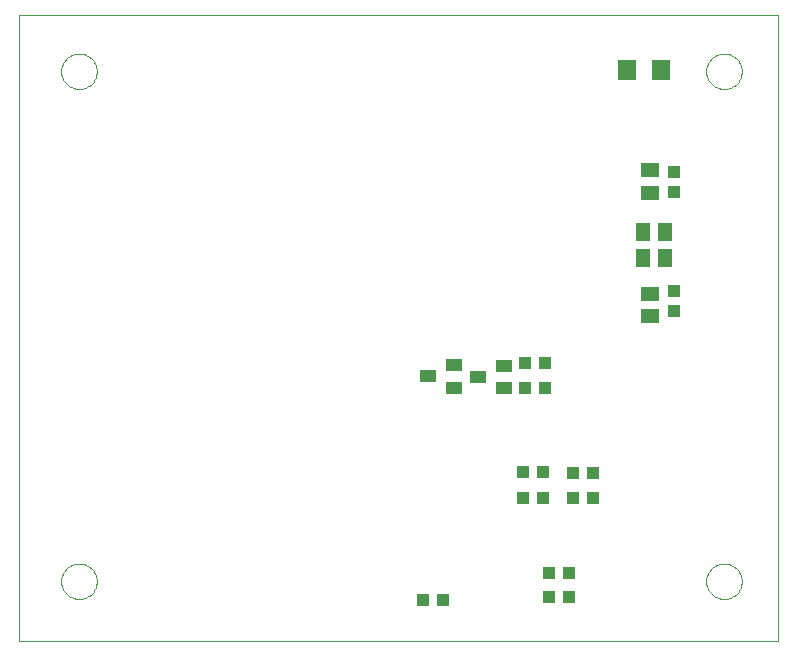
<source format=gbp>
G75*
G70*
%OFA0B0*%
%FSLAX24Y24*%
%IPPOS*%
%LPD*%
%AMOC8*
5,1,8,0,0,1.08239X$1,22.5*
%
%ADD10C,0.0000*%
%ADD11R,0.0433X0.0394*%
%ADD12R,0.0394X0.0433*%
%ADD13R,0.0551X0.0394*%
%ADD14R,0.0591X0.0512*%
%ADD15R,0.0512X0.0591*%
%ADD16R,0.0630X0.0710*%
D10*
X000140Y000290D02*
X000140Y021156D01*
X000140Y021165D02*
X025443Y021165D01*
X025443Y021156D02*
X025443Y000290D01*
X000140Y000290D01*
X001549Y002290D02*
X001551Y002338D01*
X001557Y002386D01*
X001567Y002433D01*
X001580Y002479D01*
X001598Y002524D01*
X001618Y002568D01*
X001643Y002610D01*
X001671Y002649D01*
X001701Y002686D01*
X001735Y002720D01*
X001772Y002752D01*
X001810Y002781D01*
X001851Y002806D01*
X001894Y002828D01*
X001939Y002846D01*
X001985Y002860D01*
X002032Y002871D01*
X002080Y002878D01*
X002128Y002881D01*
X002176Y002880D01*
X002224Y002875D01*
X002272Y002866D01*
X002318Y002854D01*
X002363Y002837D01*
X002407Y002817D01*
X002449Y002794D01*
X002489Y002767D01*
X002527Y002737D01*
X002562Y002704D01*
X002594Y002668D01*
X002624Y002630D01*
X002650Y002589D01*
X002672Y002546D01*
X002692Y002502D01*
X002707Y002457D01*
X002719Y002410D01*
X002727Y002362D01*
X002731Y002314D01*
X002731Y002266D01*
X002727Y002218D01*
X002719Y002170D01*
X002707Y002123D01*
X002692Y002078D01*
X002672Y002034D01*
X002650Y001991D01*
X002624Y001950D01*
X002594Y001912D01*
X002562Y001876D01*
X002527Y001843D01*
X002489Y001813D01*
X002449Y001786D01*
X002407Y001763D01*
X002363Y001743D01*
X002318Y001726D01*
X002272Y001714D01*
X002224Y001705D01*
X002176Y001700D01*
X002128Y001699D01*
X002080Y001702D01*
X002032Y001709D01*
X001985Y001720D01*
X001939Y001734D01*
X001894Y001752D01*
X001851Y001774D01*
X001810Y001799D01*
X001772Y001828D01*
X001735Y001860D01*
X001701Y001894D01*
X001671Y001931D01*
X001643Y001970D01*
X001618Y002012D01*
X001598Y002056D01*
X001580Y002101D01*
X001567Y002147D01*
X001557Y002194D01*
X001551Y002242D01*
X001549Y002290D01*
X001549Y019290D02*
X001551Y019338D01*
X001557Y019386D01*
X001567Y019433D01*
X001580Y019479D01*
X001598Y019524D01*
X001618Y019568D01*
X001643Y019610D01*
X001671Y019649D01*
X001701Y019686D01*
X001735Y019720D01*
X001772Y019752D01*
X001810Y019781D01*
X001851Y019806D01*
X001894Y019828D01*
X001939Y019846D01*
X001985Y019860D01*
X002032Y019871D01*
X002080Y019878D01*
X002128Y019881D01*
X002176Y019880D01*
X002224Y019875D01*
X002272Y019866D01*
X002318Y019854D01*
X002363Y019837D01*
X002407Y019817D01*
X002449Y019794D01*
X002489Y019767D01*
X002527Y019737D01*
X002562Y019704D01*
X002594Y019668D01*
X002624Y019630D01*
X002650Y019589D01*
X002672Y019546D01*
X002692Y019502D01*
X002707Y019457D01*
X002719Y019410D01*
X002727Y019362D01*
X002731Y019314D01*
X002731Y019266D01*
X002727Y019218D01*
X002719Y019170D01*
X002707Y019123D01*
X002692Y019078D01*
X002672Y019034D01*
X002650Y018991D01*
X002624Y018950D01*
X002594Y018912D01*
X002562Y018876D01*
X002527Y018843D01*
X002489Y018813D01*
X002449Y018786D01*
X002407Y018763D01*
X002363Y018743D01*
X002318Y018726D01*
X002272Y018714D01*
X002224Y018705D01*
X002176Y018700D01*
X002128Y018699D01*
X002080Y018702D01*
X002032Y018709D01*
X001985Y018720D01*
X001939Y018734D01*
X001894Y018752D01*
X001851Y018774D01*
X001810Y018799D01*
X001772Y018828D01*
X001735Y018860D01*
X001701Y018894D01*
X001671Y018931D01*
X001643Y018970D01*
X001618Y019012D01*
X001598Y019056D01*
X001580Y019101D01*
X001567Y019147D01*
X001557Y019194D01*
X001551Y019242D01*
X001549Y019290D01*
X023049Y019290D02*
X023051Y019338D01*
X023057Y019386D01*
X023067Y019433D01*
X023080Y019479D01*
X023098Y019524D01*
X023118Y019568D01*
X023143Y019610D01*
X023171Y019649D01*
X023201Y019686D01*
X023235Y019720D01*
X023272Y019752D01*
X023310Y019781D01*
X023351Y019806D01*
X023394Y019828D01*
X023439Y019846D01*
X023485Y019860D01*
X023532Y019871D01*
X023580Y019878D01*
X023628Y019881D01*
X023676Y019880D01*
X023724Y019875D01*
X023772Y019866D01*
X023818Y019854D01*
X023863Y019837D01*
X023907Y019817D01*
X023949Y019794D01*
X023989Y019767D01*
X024027Y019737D01*
X024062Y019704D01*
X024094Y019668D01*
X024124Y019630D01*
X024150Y019589D01*
X024172Y019546D01*
X024192Y019502D01*
X024207Y019457D01*
X024219Y019410D01*
X024227Y019362D01*
X024231Y019314D01*
X024231Y019266D01*
X024227Y019218D01*
X024219Y019170D01*
X024207Y019123D01*
X024192Y019078D01*
X024172Y019034D01*
X024150Y018991D01*
X024124Y018950D01*
X024094Y018912D01*
X024062Y018876D01*
X024027Y018843D01*
X023989Y018813D01*
X023949Y018786D01*
X023907Y018763D01*
X023863Y018743D01*
X023818Y018726D01*
X023772Y018714D01*
X023724Y018705D01*
X023676Y018700D01*
X023628Y018699D01*
X023580Y018702D01*
X023532Y018709D01*
X023485Y018720D01*
X023439Y018734D01*
X023394Y018752D01*
X023351Y018774D01*
X023310Y018799D01*
X023272Y018828D01*
X023235Y018860D01*
X023201Y018894D01*
X023171Y018931D01*
X023143Y018970D01*
X023118Y019012D01*
X023098Y019056D01*
X023080Y019101D01*
X023067Y019147D01*
X023057Y019194D01*
X023051Y019242D01*
X023049Y019290D01*
X023049Y002290D02*
X023051Y002338D01*
X023057Y002386D01*
X023067Y002433D01*
X023080Y002479D01*
X023098Y002524D01*
X023118Y002568D01*
X023143Y002610D01*
X023171Y002649D01*
X023201Y002686D01*
X023235Y002720D01*
X023272Y002752D01*
X023310Y002781D01*
X023351Y002806D01*
X023394Y002828D01*
X023439Y002846D01*
X023485Y002860D01*
X023532Y002871D01*
X023580Y002878D01*
X023628Y002881D01*
X023676Y002880D01*
X023724Y002875D01*
X023772Y002866D01*
X023818Y002854D01*
X023863Y002837D01*
X023907Y002817D01*
X023949Y002794D01*
X023989Y002767D01*
X024027Y002737D01*
X024062Y002704D01*
X024094Y002668D01*
X024124Y002630D01*
X024150Y002589D01*
X024172Y002546D01*
X024192Y002502D01*
X024207Y002457D01*
X024219Y002410D01*
X024227Y002362D01*
X024231Y002314D01*
X024231Y002266D01*
X024227Y002218D01*
X024219Y002170D01*
X024207Y002123D01*
X024192Y002078D01*
X024172Y002034D01*
X024150Y001991D01*
X024124Y001950D01*
X024094Y001912D01*
X024062Y001876D01*
X024027Y001843D01*
X023989Y001813D01*
X023949Y001786D01*
X023907Y001763D01*
X023863Y001743D01*
X023818Y001726D01*
X023772Y001714D01*
X023724Y001705D01*
X023676Y001700D01*
X023628Y001699D01*
X023580Y001702D01*
X023532Y001709D01*
X023485Y001720D01*
X023439Y001734D01*
X023394Y001752D01*
X023351Y001774D01*
X023310Y001799D01*
X023272Y001828D01*
X023235Y001860D01*
X023201Y001894D01*
X023171Y001931D01*
X023143Y001970D01*
X023118Y002012D01*
X023098Y002056D01*
X023080Y002101D01*
X023067Y002147D01*
X023057Y002194D01*
X023051Y002242D01*
X023049Y002290D01*
D11*
X019287Y005078D03*
X018618Y005078D03*
X018615Y005910D03*
X019285Y005910D03*
X017597Y005920D03*
X016928Y005920D03*
X017818Y002568D03*
X018487Y002568D03*
X018487Y001753D03*
X017818Y001753D03*
X014275Y001660D03*
X013605Y001660D03*
D12*
X016933Y005078D03*
X017602Y005078D03*
X017682Y008750D03*
X017013Y008750D03*
X017008Y009575D03*
X017677Y009575D03*
X021980Y011285D03*
X021980Y011955D03*
X021990Y015255D03*
X021990Y015925D03*
D13*
X016311Y009477D03*
X016311Y008728D03*
X015444Y009103D03*
X014636Y008751D03*
X014636Y009499D03*
X013769Y009125D03*
D14*
X021165Y011128D03*
X021165Y011877D03*
X021165Y015241D03*
X021165Y015989D03*
D15*
X020928Y013938D03*
X021677Y013938D03*
X021677Y013078D03*
X020928Y013078D03*
D16*
X020405Y019325D03*
X021525Y019325D03*
M02*

</source>
